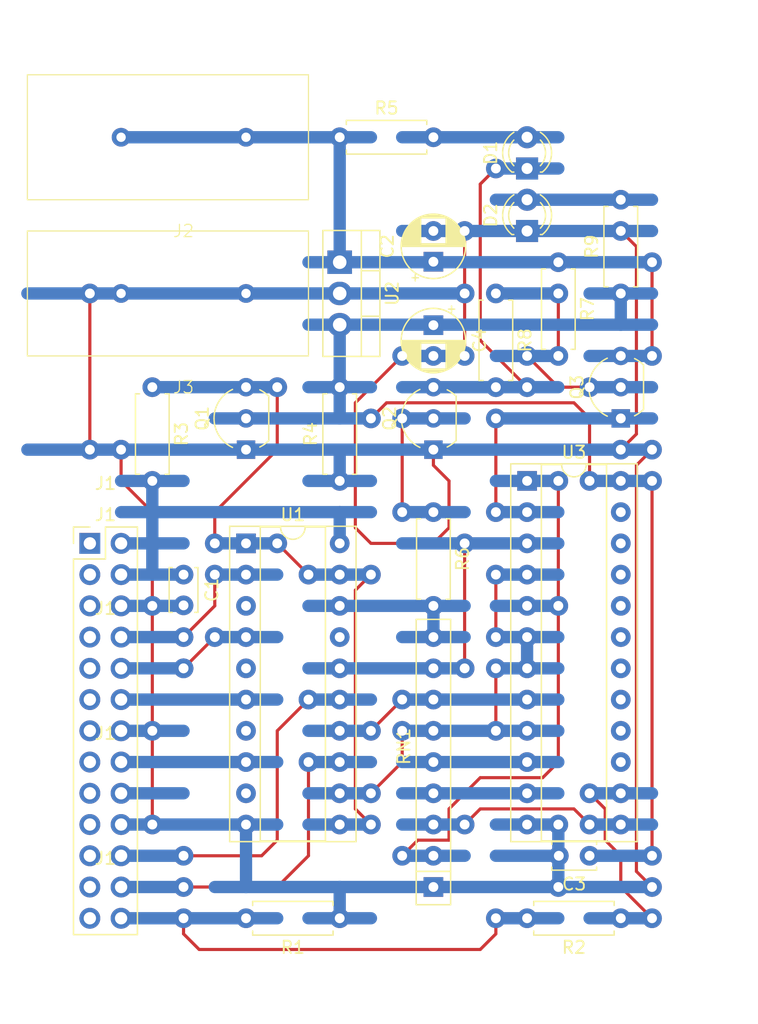
<source format=kicad_pcb>
(kicad_pcb (version 20221018) (generator pcbnew)
  (layers (0 "F.Cu" signal) (31 "B.Cu" signal) (34 "B.Paste" user) (35 "F.Paste" user) (36 "B.SilkS" user "B.Silkscreen") (37 "F.SilkS" user "F.Silkscreen") (38 "B.Mask" user) (39 "F.Mask" user) (44 "Edge.Cuts" user))
  (net 0 "")
  (net 1 "GND")
  (net 2 "Net-(Q2-G)")
  (net 3 "+12V")
  (net 4 "Net-(RN1-R1)")
  (net 5 "Net-(RN1-R2)")
  (net 6 "Net-(RN1-R3)")
  (net 7 "Net-(RN1-R4)")
  (net 8 "Net-(RN1-R5)")
  (net 9 "Net-(RN1-R6)")
  (net 10 "Net-(RN1-R7)")
  (net 11 "Net-(RN1-R8)")
  (net 12 "/+5V")
  (net 13 "Net-(D1-A)")
  (net 14 "Net-(D2-A)")
  (net 15 "/GPIO14 EDIT")
  (net 16 "/GPIO15 P{slash}~{V}")
  (net 17 "/GPIO18 FUSE")
  (net 18 "/GPIO23 ERASE")
  (net 19 "/GPIO24 CLOCK")
  (net 20 "/GPIO25 DIN")
  (net 21 "/GPIO8 STROBE")
  (net 22 "/GPIO7 DOUT")
  (net 23 "Net-(Q1-G)")
  (net 24 "Net-(D1-K)")
  (net 25 "Net-(Q1-D)")
  (net 26 "Net-(Q3-C)")
  (net 27 "Net-(Q3-B)")
  (net 28 "Net-(U3-IO9)")
  (footprint "Resistor_THT:R_Array_SIP9" (layer "F.Cu") (at 106.68 116.84 90)
    (fp_text reference "RN1" (at 11.43 -2.4 90) (layer "F.SilkS"))
    (fp_text value "8x4.7k")
    (pad "1" thru_hole rect (at 0 0 90) (size 1.6 1.6) (drill 0.8) (layers "*.Cu" "*.Mask") (net 1 "GND"))
    (pad "2" thru_hole oval (at 2.54 0 90) (size 1.6 1.6) (drill 0.8) (layers "*.Cu" "*.Mask") (net 4 "Net-(RN1-R1)"))
    (pad "3" thru_hole oval (at 5.08 0 90) (size 1.6 1.6) (drill 0.8) (layers "*.Cu" "*.Mask") (net 5 "Net-(RN1-R2)"))
    (pad "4" thru_hole oval (at 7.62 0 90) (size 1.6 1.6) (drill 0.8) (layers "*.Cu" "*.Mask") (net 6 "Net-(RN1-R3)"))
    (pad "5" thru_hole oval (at 10.16 0 90) (size 1.6 1.6) (drill 0.8) (layers "*.Cu" "*.Mask") (net 7 "Net-(RN1-R4)"))
    (pad "6" thru_hole oval (at 12.7 0 90) (size 1.6 1.6) (drill 0.8) (layers "*.Cu" "*.Mask") (net 8 "Net-(RN1-R5)"))
    (pad "7" thru_hole oval (at 15.24 0 90) (size 1.6 1.6) (drill 0.8) (layers "*.Cu" "*.Mask") (net 9 "Net-(RN1-R6)"))
    (pad "8" thru_hole oval (at 17.78 0 90) (size 1.6 1.6) (drill 0.8) (layers "*.Cu" "*.Mask") (net 10 "Net-(RN1-R7)"))
    (pad "9" thru_hole oval (at 20.32 0 90) (size 1.6 1.6) (drill 0.8) (layers "*.Cu" "*.Mask") (net 11 "Net-(RN1-R8)"))
  )
  (footprint "Resistor_THT:R_Axial_DIN0207_L6.3mm_D2.5mm_P7.62mm_Horizontal" (layer "F.Cu") (at 99.06 83.82 90)
    (fp_text reference "R4" (at 3.81 -2.37 90) (layer "F.SilkS"))
    (fp_text value "4.7k")
    (pad "1" thru_hole circle (at 0 0 90) (size 1.6 1.6) (drill 0.8) (layers "*.Cu" "*.Mask") (net 1 "GND"))
    (pad "2" thru_hole oval (at 7.62 0 90) (size 1.6 1.6) (drill 0.8) (layers "*.Cu" "*.Mask") (net 23 "Net-(Q1-G)"))
  )
  (footprint "SK_Connector:Connector_Banana_THT" (layer "F.Cu") (at 86.36 55.88)
    (fp_text reference "J2" (at 0 7.62 unlocked) (layer "F.SilkS") (effects (font (thickness 0.1))))
    (fp_text value "Conn_01x01")
    (pad "1" thru_hole circle (at -5.08 0) (size 1.524 1.524) (drill 0.762) (layers "*.Cu" "*.Mask") (net 3 "+12V"))
    (pad "1" thru_hole circle (at 5.08 0) (size 1.524 1.524) (drill 0.762) (layers "*.Cu" "*.Mask") (net 3 "+12V"))
  )
  (footprint "Package_TO_SOT_THT:TO-92_Inline_Wide" (layer "F.Cu") (at 91.44 81.28 90)
    (fp_text reference "Q1" (at 2.54 -3.56 90) (layer "F.SilkS"))
    (fp_text value "2N7000")
    (pad "1" thru_hole rect (at 0 0 90) (size 1.5 1.5) (drill 0.8) (layers "*.Cu" "*.Mask") (net 1 "GND"))
    (pad "2" thru_hole circle (at 2.54 0 90) (size 1.5 1.5) (drill 0.8) (layers "*.Cu" "*.Mask") (net 23 "Net-(Q1-G)"))
    (pad "3" thru_hole circle (at 5.08 0 90) (size 1.5 1.5) (drill 0.8) (layers "*.Cu" "*.Mask") (net 25 "Net-(Q1-D)"))
  )
  (footprint "Package_TO_SOT_THT:TO-220-3_Vertical" (layer "F.Cu") (at 99.06 66.04 -90)
    (fp_text reference "U2" (at 2.54 -4.27 90) (layer "F.SilkS"))
    (fp_text value "LM7805_TO220")
    (pad "1" thru_hole rect (at 0 0 270) (size 1.905 2) (drill 1.1) (layers "*.Cu" "*.Mask") (net 3 "+12V"))
    (pad "2" thru_hole oval (at 2.54 0 270) (size 1.905 2) (drill 1.1) (layers "*.Cu" "*.Mask") (net 1 "GND"))
    (pad "3" thru_hole oval (at 5.08 0 270) (size 1.905 2) (drill 1.1) (layers "*.Cu" "*.Mask") (net 23 "Net-(Q1-G)"))
  )
  (footprint "Package_DIP:DIP-24_W7.62mm_Socket" (layer "F.Cu") (at 114.3 83.82)
    (fp_text reference "U3" (at 3.81 -2.33) (layer "F.SilkS"))
    (fp_text value "ATF22LV10CQZ")
    (pad "1" thru_hole rect (at 0 0) (size 1.6 1.6) (drill 0.8) (layers "*.Cu" "*.Mask") (net 4 "Net-(RN1-R1)"))
    (pad "2" thru_hole oval (at 0 2.54) (size 1.6 1.6) (drill 0.8) (layers "*.Cu" "*.Mask") (net 26 "Net-(Q3-C)"))
    (pad "3" thru_hole oval (at 0 5.08) (size 1.6 1.6) (drill 0.8) (layers "*.Cu" "*.Mask") (net 10 "Net-(RN1-R7)"))
    (pad "4" thru_hole oval (at 0 7.62) (size 1.6 1.6) (drill 0.8) (layers "*.Cu" "*.Mask") (net 8 "Net-(RN1-R5)"))
    (pad "5" thru_hole oval (at 0 10.16) (size 1.6 1.6) (drill 0.8) (layers "*.Cu" "*.Mask") (net 4 "Net-(RN1-R1)"))
    (pad "6" thru_hole oval (at 0 12.7) (size 1.6 1.6) (drill 0.8) (layers "*.Cu" "*.Mask") (net 8 "Net-(RN1-R5)"))
    (pad "7" thru_hole oval (at 0 15.24) (size 1.6 1.6) (drill 0.8) (layers "*.Cu" "*.Mask") (net 8 "Net-(RN1-R5)"))
    (pad "8" thru_hole oval (at 0 17.78) (size 1.6 1.6) (drill 0.8) (layers "*.Cu" "*.Mask") (net 9 "Net-(RN1-R6)"))
    (pad "9" thru_hole oval (at 0 20.32) (size 1.6 1.6) (drill 0.8) (layers "*.Cu" "*.Mask") (net 8 "Net-(RN1-R5)"))
    (pad "10" thru_hole oval (at 0 22.86) (size 1.6 1.6) (drill 0.8) (layers "*.Cu" "*.Mask") (net 7 "Net-(RN1-R4)"))
    (pad "11" thru_hole oval (at 0 25.4) (size 1.6 1.6) (drill 0.8) (layers "*.Cu" "*.Mask") (net 6 "Net-(RN1-R3)"))
    (pad "12" thru_hole oval (at 0 27.94) (size 1.6 1.6) (drill 0.8) (layers "*.Cu" "*.Mask") (net 1 "GND"))
    (pad "13" thru_hole oval (at 7.62 27.94) (size 1.6 1.6) (drill 0.8) (layers "*.Cu" "*.Mask") (net 5 "Net-(RN1-R2)"))
    (pad "14" thru_hole oval (at 7.62 25.4) (size 1.6 1.6) (drill 0.8) (layers "*.Cu" "*.Mask") (net 28 "Net-(U3-IO9)"))
    (pad "15" thru_hole oval (at 7.62 22.86) (size 1.6 1.6) (drill 0.8) (layers "*.Cu" "*.Mask"))
    (pad "16" thru_hole oval (at 7.62 20.32) (size 1.6 1.6) (drill 0.8) (layers "*.Cu" "*.Mask"))
    (pad "17" thru_hole oval (at 7.62 17.78) (size 1.6 1.6) (drill 0.8) (layers "*.Cu" "*.Mask"))
    (pad "18" thru_hole oval (at 7.62 15.24) (size 1.6 1.6) (drill 0.8) (layers "*.Cu" "*.Mask"))
    (pad "19" thru_hole oval (at 7.62 12.7) (size 1.6 1.6) (drill 0.8) (layers "*.Cu" "*.Mask"))
    (pad "20" thru_hole oval (at 7.62 10.16) (size 1.6 1.6) (drill 0.8) (layers "*.Cu" "*.Mask"))
    (pad "21" thru_hole oval (at 7.62 7.62) (size 1.6 1.6) (drill 0.8) (layers "*.Cu" "*.Mask"))
    (pad "22" thru_hole oval (at 7.62 5.08) (size 1.6 1.6) (drill 0.8) (layers "*.Cu" "*.Mask"))
    (pad "23" thru_hole oval (at 7.62 2.54) (size 1.6 1.6) (drill 0.8) (layers "*.Cu" "*.Mask"))
    (pad "24" thru_hole oval (at 7.62 0) (size 1.6 1.6) (drill 0.8) (layers "*.Cu" "*.Mask") (net 23 "Net-(Q1-G)"))
  )
  (footprint "Resistor_THT:R_Axial_DIN0207_L6.3mm_D2.5mm_P7.62mm_Horizontal" (layer "F.Cu") (at 99.06 55.88)
    (fp_text reference "R5" (at 3.81 -2.37) (layer "F.SilkS"))
    (fp_text value "10k")
    (pad "1" thru_hole circle (at 0 0) (size 1.6 1.6) (drill 0.8) (layers "*.Cu" "*.Mask") (net 3 "+12V"))
    (pad "2" thru_hole oval (at 7.62 0) (size 1.6 1.6) (drill 0.8) (layers "*.Cu" "*.Mask") (net 13 "Net-(D1-A)"))
  )
  (footprint "Capacitor_THT:CP_Radial_D5.0mm_P2.50mm" (layer "F.Cu") (at 106.68 71.16 -90)
    (fp_text reference "C4" (at 1.25 -3.75 90) (layer "F.SilkS"))
    (fp_text value "10u")
    (pad "1" thru_hole rect (at 0 0 270) (size 1.6 1.6) (drill 0.8) (layers "*.Cu" "*.Mask") (net 23 "Net-(Q1-G)"))
    (pad "2" thru_hole circle (at 2.5 0 270) (size 1.6 1.6) (drill 0.8) (layers "*.Cu" "*.Mask") (net 1 "GND"))
  )
  (footprint "Capacitor_THT:CP_Radial_D5.0mm_P2.50mm" (layer "F.Cu") (at 106.68 66 90)
    (fp_text reference "C2" (at 1.25 -3.75 90) (layer "F.SilkS"))
    (fp_text value "10u")
    (pad "1" thru_hole rect (at 0 0 90) (size 1.6 1.6) (drill 0.8) (layers "*.Cu" "*.Mask") (net 3 "+12V"))
    (pad "2" thru_hole circle (at 2.5 0 90) (size 1.6 1.6) (drill 0.8) (layers "*.Cu" "*.Mask") (net 1 "GND"))
  )
  (footprint "Package_TO_SOT_THT:TO-92_Inline_Wide" (layer "F.Cu") (at 106.68 81.28 90)
    (fp_text reference "Q2" (at 2.54 -3.56 90) (layer "F.SilkS"))
    (fp_text value "2N7000")
    (pad "1" thru_hole rect (at 0 0 90) (size 1.5 1.5) (drill 0.8) (layers "*.Cu" "*.Mask") (net 1 "GND"))
    (pad "2" thru_hole circle (at 2.54 0 90) (size 1.5 1.5) (drill 0.8) (layers "*.Cu" "*.Mask") (net 2 "Net-(Q2-G)"))
    (pad "3" thru_hole circle (at 5.08 0 90) (size 1.5 1.5) (drill 0.8) (layers "*.Cu" "*.Mask") (net 24 "Net-(D1-K)"))
  )
  (footprint "Connector_PinHeader_2.54mm:PinHeader_2x13_P2.54mm_Vertical" (layer "F.Cu") (at 78.74 88.9)
    (fp_text reference "J1" (at 1.27 -2.33) (layer "F.SilkS"))
    (fp_text value "Conn_02x13_Odd_Even")
    (pad "1" thru_hole rect (at 0 0) (size 1.7 1.7) (drill 1) (layers "*.Cu" "*.Mask"))
    (pad "2" thru_hole oval (at 2.54 0) (size 1.7 1.7) (drill 1) (layers "*.Cu" "*.Mask") (net 12 "/+5V"))
    (pad "3" thru_hole oval (at 0 2.54) (size 1.7 1.7) (drill 1) (layers "*.Cu" "*.Mask"))
    (pad "4" thru_hole oval (at 2.54 2.54) (size 1.7 1.7) (drill 1) (layers "*.Cu" "*.Mask") (net 12 "/+5V"))
    (pad "5" thru_hole oval (at 0 5.08) (size 1.7 1.7) (drill 1) (layers "*.Cu" "*.Mask"))
    (pad "6" thru_hole oval (at 2.54 5.08) (size 1.7 1.7) (drill 1) (layers "*.Cu" "*.Mask") (net 1 "GND"))
    (pad "7" thru_hole oval (at 0 7.62) (size 1.7 1.7) (drill 1) (layers "*.Cu" "*.Mask"))
    (pad "8" thru_hole oval (at 2.54 7.62) (size 1.7 1.7) (drill 1) (layers "*.Cu" "*.Mask") (net 15 "/GPIO14 EDIT"))
    (pad "9" thru_hole oval (at 0 10.16) (size 1.7 1.7) (drill 1) (layers "*.Cu" "*.Mask"))
    (pad "10" thru_hole oval (at 2.54 10.16) (size 1.7 1.7) (drill 1) (layers "*.Cu" "*.Mask") (net 16 "/GPIO15 P{slash}~{V}"))
    (pad "11" thru_hole oval (at 0 12.7) (size 1.7 1.7) (drill 1) (layers "*.Cu" "*.Mask"))
    (pad "12" thru_hole oval (at 2.54 12.7) (size 1.7 1.7) (drill 1) (layers "*.Cu" "*.Mask") (net 17 "/GPIO18 FUSE"))
    (pad "13" thru_hole oval (at 0 15.24) (size 1.7 1.7) (drill 1) (layers "*.Cu" "*.Mask"))
    (pad "14" thru_hole oval (at 2.54 15.24) (size 1.7 1.7) (drill 1) (layers "*.Cu" "*.Mask") (net 1 "GND"))
    (pad "15" thru_hole oval (at 0 17.78) (size 1.7 1.7) (drill 1) (layers "*.Cu" "*.Mask"))
    (pad "16" thru_hole oval (at 2.54 17.78) (size 1.7 1.7) (drill 1) (layers "*.Cu" "*.Mask") (net 18 "/GPIO23 ERASE"))
    (pad "17" thru_hole oval (at 0 20.32) (size 1.7 1.7) (drill 1) (layers "*.Cu" "*.Mask"))
    (pad "18" thru_hole oval (at 2.54 20.32) (size 1.7 1.7) (drill 1) (layers "*.Cu" "*.Mask") (net 19 "/GPIO24 CLOCK"))
    (pad "19" thru_hole oval (at 0 22.86) (size 1.7 1.7) (drill 1) (layers "*.Cu" "*.Mask"))
    (pad "20" thru_hole oval (at 2.54 22.86) (size 1.7 1.7) (drill 1) (layers "*.Cu" "*.Mask") (net 1 "GND"))
    (pad "21" thru_hole oval (at 0 25.4) (size 1.7 1.7) (drill 1) (layers "*.Cu" "*.Mask"))
    (pad "22" thru_hole oval (at 2.54 25.4) (size 1.7 1.7) (drill 1) (layers "*.Cu" "*.Mask") (net 20 "/GPIO25 DIN"))
    (pad "23" thru_hole oval (at 0 27.94) (size 1.7 1.7) (drill 1) (layers "*.Cu" "*.Mask"))
    (pad "24" thru_hole oval (at 2.54 27.94) (size 1.7 1.7) (drill 1) (layers "*.Cu" "*.Mask") (net 21 "/GPIO8 STROBE"))
    (pad "25" thru_hole oval (at 0 30.48) (size 1.7 1.7) (drill 1) (layers "*.Cu" "*.Mask"))
    (pad "26" thru_hole oval (at 2.54 30.48) (size 1.7 1.7) (drill 1) (layers "*.Cu" "*.Mask") (net 22 "/GPIO7 DOUT"))
  )
  (footprint "Resistor_THT:R_Axial_DIN0207_L6.3mm_D2.5mm_P7.62mm_Horizontal" (layer "F.Cu") (at 83.82 76.2 -90)
    (fp_text reference "R3" (at 3.81 -2.37 90) (layer "F.SilkS"))
    (fp_text value "10k")
    (pad "1" thru_hole circle (at 0 0 270) (size 1.6 1.6) (drill 0.8) (layers "*.Cu" "*.Mask") (net 25 "Net-(Q1-D)"))
    (pad "2" thru_hole oval (at 7.62 0 270) (size 1.6 1.6) (drill 0.8) (layers "*.Cu" "*.Mask") (net 12 "/+5V"))
  )
  (footprint "Resistor_THT:R_Axial_DIN0207_L6.3mm_D2.5mm_P7.62mm_Horizontal" (layer "F.Cu") (at 111.76 68.58 -90)
    (fp_text reference "R8" (at 3.81 -2.37 90) (layer "F.SilkS"))
    (fp_text value "2.2k")
    (pad "1" thru_hole circle (at 0 0 270) (size 1.6 1.6) (drill 0.8) (layers "*.Cu" "*.Mask") (net 27 "Net-(Q3-B)"))
    (pad "2" thru_hole oval (at 7.62 0 270) (size 1.6 1.6) (drill 0.8) (layers "*.Cu" "*.Mask") (net 24 "Net-(D1-K)"))
  )
  (footprint "Package_TO_SOT_THT:TO-92_Inline_Wide" (layer "F.Cu") (at 121.92 78.74 90)
    (fp_text reference "Q3" (at 2.54 -3.56 90) (layer "F.SilkS"))
    (fp_text value "BC327")
    (pad "1" thru_hole rect (at 0 0 90) (size 1.5 1.5) (drill 0.8) (layers "*.Cu" "*.Mask") (net 26 "Net-(Q3-C)"))
    (pad "2" thru_hole circle (at 2.54 0 90) (size 1.5 1.5) (drill 0.8) (layers "*.Cu" "*.Mask") (net 27 "Net-(Q3-B)"))
    (pad "3" thru_hole circle (at 5.08 0 90) (size 1.5 1.5) (drill 0.8) (layers "*.Cu" "*.Mask") (net 3 "+12V"))
  )
  (footprint "Package_DIP:DIP-20_W7.62mm_Socket" (layer "F.Cu") (at 91.44 88.9)
    (fp_text reference "U1" (at 3.81 -2.33) (layer "F.SilkS"))
    (fp_text value "74HCT244")
    (pad "1" thru_hole rect (at 0 0) (size 1.6 1.6) (drill 0.8) (layers "*.Cu" "*.Mask") (net 25 "Net-(Q1-D)"))
    (pad "2" thru_hole oval (at 0 2.54) (size 1.6 1.6) (drill 0.8) (layers "*.Cu" "*.Mask") (net 15 "/GPIO14 EDIT"))
    (pad "3" thru_hole oval (at 0 5.08) (size 1.6 1.6) (drill 0.8) (layers "*.Cu" "*.Mask") (net 7 "Net-(RN1-R4)"))
    (pad "4" thru_hole oval (at 0 7.62) (size 1.6 1.6) (drill 0.8) (layers "*.Cu" "*.Mask") (net 16 "/GPIO15 P{slash}~{V}"))
    (pad "5" thru_hole oval (at 0 10.16) (size 1.6 1.6) (drill 0.8) (layers "*.Cu" "*.Mask") (net 6 "Net-(RN1-R3)"))
    (pad "6" thru_hole oval (at 0 12.7) (size 1.6 1.6) (drill 0.8) (layers "*.Cu" "*.Mask") (net 17 "/GPIO18 FUSE"))
    (pad "7" thru_hole oval (at 0 15.24) (size 1.6 1.6) (drill 0.8) (layers "*.Cu" "*.Mask") (net 5 "Net-(RN1-R2)"))
    (pad "8" thru_hole oval (at 0 17.78) (size 1.6 1.6) (drill 0.8) (layers "*.Cu" "*.Mask") (net 18 "/GPIO23 ERASE"))
    (pad "9" thru_hole oval (at 0 20.32) (size 1.6 1.6) (drill 0.8) (layers "*.Cu" "*.Mask"))
    (pad "10" thru_hole oval (at 0 22.86) (size 1.6 1.6) (drill 0.8) (layers "*.Cu" "*.Mask") (net 1 "GND"))
    (pad "11" thru_hole oval (at 7.62 22.86) (size 1.6 1.6) (drill 0.8) (layers "*.Cu" "*.Mask") (net 25 "Net-(Q1-D)"))
    (pad "12" thru_hole oval (at 7.62 20.32) (size 1.6 1.6) (drill 0.8) (layers "*.Cu" "*.Mask") (net 8 "Net-(RN1-R5)"))
    (pad "13" thru_hole oval (at 7.62 17.78) (size 1.6 1.6) (drill 0.8) (layers "*.Cu" "*.Mask") (net 21 "/GPIO8 STROBE"))
    (pad "14" thru_hole oval (at 7.62 15.24) (size 1.6 1.6) (drill 0.8) (layers "*.Cu" "*.Mask") (net 9 "Net-(RN1-R6)"))
    (pad "15" thru_hole oval (at 7.62 12.7) (size 1.6 1.6) (drill 0.8) (layers "*.Cu" "*.Mask") (net 20 "/GPIO25 DIN"))
    (pad "16" thru_hole oval (at 7.62 10.16) (size 1.6 1.6) (drill 0.8) (layers "*.Cu" "*.Mask") (net 10 "Net-(RN1-R7)"))
    (pad "17" thru_hole oval (at 7.62 7.62) (size 1.6 1.6) (drill 0.8) (layers "*.Cu" "*.Mask") (net 19 "/GPIO24 CLOCK"))
    (pad "18" thru_hole oval (at 7.62 5.08) (size 1.6 1.6) (drill 0.8) (layers "*.Cu" "*.Mask") (net 11 "Net-(RN1-R8)"))
    (pad "19" thru_hole oval (at 7.62 2.54) (size 1.6 1.6) (drill 0.8) (layers "*.Cu" "*.Mask") (net 25 "Net-(Q1-D)"))
    (pad "20" thru_hole oval (at 7.62 0) (size 1.6 1.6) (drill 0.8) (layers "*.Cu" "*.Mask") (net 12 "/+5V"))
  )
  (footprint "Resistor_THT:R_Axial_DIN0207_L6.3mm_D2.5mm_P7.62mm_Horizontal" (layer "F.Cu") (at 121.92 119.38 180)
    (fp_text reference "R2" (at 3.81 -2.37) (layer "F.SilkS"))
    (fp_text value "10k")
    (pad "1" thru_hole circle (at 0 0 180) (size 1.6 1.6) (drill 0.8) (layers "*.Cu" "*.Mask") (net 28 "Net-(U3-IO9)"))
    (pad "2" thru_hole oval (at 7.62 0 180) (size 1.6 1.6) (drill 0.8) (layers "*.Cu" "*.Mask") (net 22 "/GPIO7 DOUT"))
  )
  (footprint "Capacitor_THT:C_Disc_D3.4mm_W2.1mm_P2.50mm" (layer "F.Cu") (at 86.36 91.44 -90)
    (fp_text reference "C1" (at 1.25 -2.3 90) (layer "F.SilkS"))
    (fp_text value "100n")
    (pad "1" thru_hole circle (at 0 0 270) (size 1.6 1.6) (drill 0.8) (layers "*.Cu" "*.Mask") (net 12 "/+5V"))
    (pad "2" thru_hole circle (at 2.5 0 270) (size 1.6 1.6) (drill 0.8) (layers "*.Cu" "*.Mask") (net 1 "GND"))
  )
  (footprint "LED_THT:LED_D3.0mm" (layer "F.Cu") (at 114.3 58.42 90)
    (fp_text reference "D1" (at 1.27 -2.96 90) (layer "F.SilkS"))
    (fp_text value "LED")
    (pad "1" thru_hole rect (at 0 0 90) (size 1.8 1.8) (drill 0.9) (layers "*.Cu" "*.Mask") (net 24 "Net-(D1-K)"))
    (pad "2" thru_hole circle (at 2.54 0 90) (size 1.8 1.8) (drill 0.9) (layers "*.Cu" "*.Mask") (net 13 "Net-(D1-A)"))
  )
  (footprint "Capacitor_THT:C_Disc_D3.4mm_W2.1mm_P2.50mm" (layer "F.Cu") (at 119.38 114.3 180)
    (fp_text reference "C3" (at 1.25 -2.3) (layer "F.SilkS"))
    (fp_text value "100n")
    (pad "1" thru_hole circle (at 0 0 180) (size 1.6 1.6) (drill 0.8) (layers "*.Cu" "*.Mask") (net 23 "Net-(Q1-G)"))
    (pad "2" thru_hole circle (at 2.5 0 180) (size 1.6 1.6) (drill 0.8) (layers "*.Cu" "*.Mask") (net 1 "GND"))
  )
  (footprint "Resistor_THT:R_Axial_DIN0207_L6.3mm_D2.5mm_P7.62mm_Horizontal" (layer "F.Cu") (at 116.84 66.04 -90)
    (fp_text reference "R7" (at 3.81 -2.37 90) (layer "F.SilkS"))
    (fp_text value "10k")
    (pad "1" thru_hole circle (at 0 0 270) (size 1.6 1.6) (drill 0.8) (layers "*.Cu" "*.Mask") (net 3 "+12V"))
    (pad "2" thru_hole oval (at 7.62 0 270) (size 1.6 1.6) (drill 0.8) (layers "*.Cu" "*.Mask") (net 27 "Net-(Q3-B)"))
  )
  (footprint "SK_Connector:Connector_Banana_THT" (layer "F.Cu") (at 86.36 68.58)
    (fp_text reference "J3" (at 0 7.62 unlocked) (layer "F.SilkS") (effects (font (thickness 0.1))))
    (fp_text value "Conn_01x01")
    (pad "1" thru_hole circle (at -5.08 0) (size 1.524 1.524) (drill 0.762) (layers "*.Cu" "*.Mask") (net 1 "GND"))
    (pad "1" thru_hole circle (at 5.08 0) (size 1.524 1.524) (drill 0.762) (layers "*.Cu" "*.Mask") (net 1 "GND"))
  )
  (footprint "LED_THT:LED_D3.0mm" (layer "F.Cu") (at 114.3 63.5 90)
    (fp_text reference "D2" (at 1.27 -2.96 90) (layer "F.SilkS"))
    (fp_text value "LED")
    (pad "1" thru_hole rect (at 0 0 90) (size 1.8 1.8) (drill 0.9) (layers "*.Cu" "*.Mask") (net 1 "GND"))
    (pad "2" thru_hole circle (at 2.54 0 90) (size 1.8 1.8) (drill 0.9) (layers "*.Cu" "*.Mask") (net 14 "Net-(D2-A)"))
  )
  (footprint "Resistor_THT:R_Axial_DIN0207_L6.3mm_D2.5mm_P7.62mm_Horizontal" (layer "F.Cu") (at 99.06 119.38 180)
    (fp_text reference "R1" (at 3.81 -2.37) (layer "F.SilkS"))
    (fp_text value "22k")
    (pad "1" thru_hole circle (at 0 0 180) (size 1.6 1.6) (drill 0.8) (layers "*.Cu" "*.Mask") (net 1 "GND"))
    (pad "2" thru_hole oval (at 7.62 0 180) (size 1.6 1.6) (drill 0.8) (layers "*.Cu" "*.Mask") (net 22 "/GPIO7 DOUT"))
  )
  (footprint "Resistor_THT:R_Axial_DIN0207_L6.3mm_D2.5mm_P7.62mm_Horizontal" (layer "F.Cu") (at 106.68 86.36 -90)
    (fp_text reference "R6" (at 3.81 -2.37 90) (layer "F.SilkS"))
    (fp_text value "47")
    (pad "1" thru_hole circle (at 0 0 270) (size 1.6 1.6) (drill 0.8) (layers "*.Cu" "*.Mask") (net 2 "Net-(Q2-G)"))
    (pad "2" thru_hole oval (at 7.62 0 270) (size 1.6 1.6) (drill 0.8) (layers "*.Cu" "*.Mask") (net 11 "Net-(RN1-R8)"))
  )
  (footprint "Resistor_THT:R_Axial_DIN0207_L6.3mm_D2.5mm_P7.62mm_Horizontal" (layer "F.Cu") (at 121.92 68.58 90)
    (fp_text reference "R9" (at 3.81 -2.37 90) (layer "F.SilkS"))
    (fp_text value "4.7k")
    (pad "1" thru_hole circle (at 0 0 90) (size 1.6 1.6) (drill 0.8) (layers "*.Cu" "*.Mask") (net 23 "Net-(Q1-G)"))
    (pad "2" thru_hole oval (at 7.62 0 90) (size 1.6 1.6) (drill 0.8) (layers "*.Cu" "*.Mask") (net 14 "Net-(D2-A)"))
  )
  (gr_text "J1" (at 80.01 114.51) (layer "F.SilkS") (effects (font (size 1 1))))
  (gr_text "J1" (at 80.01 84.03) (layer "F.SilkS") (effects (font (size 1 1))))
  (gr_text "J1" (at 80.01 94.19) (layer "F.SilkS") (effects (font (size 1 1))))
  (gr_text "J1" (at 80.01 104.35) (layer "F.SilkS") (effects (font (size 1 1))))
  (segment (start 123.19 80.01) (end 121.92 81.28) (width 0.254) (layer "F.Cu") (net 1))
  (segment (start 107.95 83.82) (end 106.68 82.55) (width 0.254) (layer "F.Cu") (net 1))
  (segment (start 123.19 115.57) (end 123.19 82.55) (width 0.254) (layer "F.Cu") (net 1))
  (segment (start 106.68 88.9) (end 107.95 87.63) (width 0.254) (layer "F.Cu") (net 1))
  (segment (start 101.6 88.9) (end 106.68 88.9) (width 0.254) (layer "F.Cu") (net 1))
  (segment (start 83.82 93.98) (end 83.82 86.36) (width 0.254) (layer "F.Cu") (net 1))
  (segment (start 100.33 77.47) (end 100.33 87.63) (width 0.254) (layer "F.Cu") (net 1))
  (segment (start 83.82 86.36) (end 81.28 83.82) (width 0.254) (layer "F.Cu") (net 1))
  (segment (start 107.95 87.63) (end 107.95 83.82) (width 0.254) (layer "F.Cu") (net 1))
  (segment (start 83.82 104.14) (end 83.82 111.76) (width 0.254) (layer "F.Cu") (net 1))
  (segment (start 109.22 68.58) (end 109.22 73.66) (width 0.254) (layer "F.Cu") (net 1))
  (segment (start 78.74 68.58) (end 78.74 81.28) (width 0.254) (layer "F.Cu") (net 1))
  (segment (start 81.28 83.82) (end 81.28 81.28) (width 0.254) (layer "F.Cu") (net 1))
  (segment (start 100.33 87.63) (end 101.6 88.9) (width 0.254) (layer "F.Cu") (net 1))
  (segment (start 124.46 116.84) (end 123.19 115.57) (width 0.254) (layer "F.Cu") (net 1))
  (segment (start 123.19 82.55) (end 124.46 81.28) (width 0.254) (layer "F.Cu") (net 1))
  (segment (start 104.14 73.66) (end 100.33 77.47) (width 0.254) (layer "F.Cu") (net 1))
  (segment (start 106.68 82.55) (end 106.68 81.28) (width 0.254) (layer "F.Cu") (net 1))
  (segment (start 123.19 64.77) (end 123.19 80.01) (width 0.254) (layer "F.Cu") (net 1))
  (segment (start 121.92 63.5) (end 123.19 64.77) (width 0.254) (layer "F.Cu") (net 1))
  (segment (start 83.82 93.98) (end 83.82 104.14) (width 0.254) (layer "F.Cu") (net 1))
  (segment (start 109.22 63.5) (end 109.22 68.58) (width 0.254) (layer "F.Cu") (net 1))
  (via (at 121.92 63.5) (size 1.6) (drill 0.8) (layers "F.Cu" "B.Cu") (net 1))
  (via (at 104.14 73.66) (size 1.6) (drill 0.8) (layers "F.Cu" "B.Cu") (net 1))
  (via (at 124.46 116.84) (size 1.6) (drill 0.8) (layers "F.Cu" "B.Cu") (net 1))
  (via (at 109.22 68.58) (size 1.6) (drill 0.8) (layers "F.Cu" "B.Cu") (net 1))
  (via (at 116.84 116.84) (size 1.6) (drill 0.8) (layers "F.Cu" "B.Cu") (net 1))
  (via (at 109.22 73.66) (size 1.6) (drill 0.8) (layers "F.Cu" "B.Cu") (net 1))
  (via (at 124.46 81.28) (size 1.6) (drill 0.8) (layers "F.Cu" "B.Cu") (net 1))
  (via (at 78.74 68.58) (size 1.6) (drill 0.8) (layers "F.Cu" "B.Cu") (net 1))
  (via (at 83.82 93.98) (size 1.6) (drill 0.8) (layers "F.Cu" "B.Cu") (net 1))
  (via (at 116.84 111.76) (size 1.6) (drill 0.8) (layers "F.Cu" "B.Cu") (net 1))
  (via (at 83.82 111.76) (size 1.6) (drill 0.8) (layers "F.Cu" "B.Cu") (net 1))
  (via (at 78.74 81.28) (size 1.6) (drill 0.8) (layers "F.Cu" "B.Cu") (net 1))
  (via (at 121.92 81.28) (size 1.6) (drill 0.8) (layers "F.Cu" "B.Cu") (net 1))
  (via (at 83.82 104.14) (size 1.6) (drill 0.8) (layers "F.Cu" "B.Cu") (net 1))
  (via (at 109.22 63.5) (size 1.6) (drill 0.8) (layers "F.Cu" "B.Cu") (net 1))
  (via (at 81.28 81.28) (size 1.6) (drill 0.8) (layers "F.Cu" "B.Cu") (net 1))
  (segment (start 116.88 114.3) (end 111.76 114.3) (width 1) (layer "B.Cu") (net 1))
  (segment (start 78.74 68.58) (end 109.22 68.58) (width 1) (layer "B.Cu") (net 1))
  (segment (start 73.66 68.58) (end 78.74 68.58) (width 1) (layer "B.Cu") (net 1))
  (segment (start 124.46 63.5) (end 121.92 63.5) (width 1) (layer "B.Cu") (net 1))
  (segment (start 73.66 81.28) (end 78.74 81.28) (width 1) (layer "B.Cu") (net 1))
  (segment (start 91.44 116.84) (end 88.9 116.84) (width 1) (layer "B.Cu") (net 1))
  (segment (start 96.52 83.82) (end 101.6 83.82) (width 1) (layer "B.Cu") (net 1))
  (segment (start 99.06 119.38) (end 99.06 116.84) (width 1) (layer "B.Cu") (net 1))
  (segment (start 111.76 111.76) (end 116.84 111.76) (width 1) (layer "B.Cu") (net 1))
  (segment (start 99.06 116.84) (end 91.44 116.84) (width 1) (layer "B.Cu") (net 1))
  (segment (start 121.92 63.5) (end 104.14 63.5) (width 1) (layer "B.Cu") (net 1))
  (segment (start 99.06 83.82) (end 99.06 81.28) (width 1) (layer "B.Cu") (net 1))
  (segment (start 109.22 73.66) (end 104.14 73.66) (width 1) (layer "B.Cu") (net 1))
  (segment (start 81.28 111.76) (end 83.82 111.76) (width 1) (layer "B.Cu") (net 1))
  (segment (start 78.74 81.28) (end 99.06 81.28) (width 1) (layer "B.Cu") (net 1))
  (segment (start 101.6 119.38) (end 96.52 119.38) (width 1) (layer "B.Cu") (net 1))
  (segment (start 81.28 104.14) (end 83.82 104.14) (width 1) (layer "B.Cu") (net 1))
  (segment (start 116.84 111.76) (end 116.84 116.84) (width 1) (layer "B.Cu") (net 1))
  (segment (start 86.32 93.98) (end 86.36 93.94) (width 1) (layer "B.Cu") (net 1))
  (segment (start 83.82 111.76) (end 93.98 111.76) (width 1) (layer "B.Cu") (net 1))
  (segment (start 81.28 93.98) (end 83.82 93.98) (width 1) (layer "B.Cu") (net 1))
  (segment (start 121.92 81.28) (end 106.68 81.28) (width 1) (layer "B.Cu") (net 1))
  (segment (start 83.82 104.14) (end 86.36 104.14) (width 1) (layer "B.Cu") (net 1))
  (segment (start 124.46 81.28) (end 121.92 81.28) (width 1) (layer "B.Cu") (net 1))
  (segment (start 99.06 81.28) (end 106.68 81.28) (width 1) (layer "B.Cu") (net 1))
  (segment (start 124.46 116.84) (end 99.06 116.84) (width 1) (layer "B.Cu") (net 1))
  (segment (start 91.44 111.76) (end 91.44 116.84) (width 1) (layer "B.Cu") (net 1))
  (segment (start 83.82 93.98) (end 86.32 93.98) (width 1) (layer "B.Cu") (net 1))
  (segment (start 104.14 78.74) (end 104.14 86.36) (width 0.254) (layer "F.Cu") (net 2))
  (via (at 104.14 78.74) (size 1.6) (drill 0.8) (layers "F.Cu" "B.Cu") (net 2))
  (via (at 104.14 86.36) (size 1.6) (drill 0.8) (layers "F.Cu" "B.Cu") (net 2))
  (segment (start 109.22 86.36) (end 104.14 86.36) (width 1) (layer "B.Cu") (net 2))
  (segment (start 109.22 78.74) (end 104.14 78.74) (width 1) (layer "B.Cu") (net 2))
  (segment (start 124.46 66.04) (end 124.46 73.66) (width 0.254) (layer "F.Cu") (net 3))
  (via (at 124.46 66.04) (size 1.6) (drill 0.8) (layers "F.Cu" "B.Cu") (net 3))
  (via (at 124.46 73.66) (size 1.6) (drill 0.8) (layers "F.Cu" "B.Cu") (net 3))
  (segment (start 99.06 55.88) (end 99.06 66.04) (width 1) (layer "B.Cu") (net 3))
  (segment (start 81.28 55.88) (end 101.6 55.88) (width 1) (layer "B.Cu") (net 3))
  (segment (start 124.46 66.04) (end 96.52 66.04) (width 1) (layer "B.Cu") (net 3))
  (segment (start 124.46 73.66) (end 119.38 73.66) (width 1) (layer "B.Cu") (net 3))
  (segment (start 116.84 93.98) (end 116.84 106.68) (width 0.254) (layer "F.Cu") (net 4))
  (segment (start 116.84 106.68) (end 115.57 107.95) (width 0.254) (layer "F.Cu") (net 4))
  (segment (start 110.49 107.95) (end 107.95 110.49) (width 0.254) (layer "F.Cu") (net 4))
  (segment (start 105.41 113.03) (end 104.14 114.3) (width 0.254) (layer "F.Cu") (net 4))
  (segment (start 107.95 113.03) (end 105.41 113.03) (width 0.254) (layer "F.Cu") (net 4))
  (segment (start 115.57 107.95) (end 110.49 107.95) (width 0.254) (layer "F.Cu") (net 4))
  (segment (start 107.95 110.49) (end 107.95 113.03) (width 0.254) (layer "F.Cu") (net 4))
  (segment (start 116.84 83.82) (end 116.84 93.98) (width 0.254) (layer "F.Cu") (net 4))
  (via (at 104.14 114.3) (size 1.6) (drill 0.8) (layers "F.Cu" "B.Cu") (net 4))
  (via (at 116.84 93.98) (size 1.6) (drill 0.8) (layers "F.Cu" "B.Cu") (net 4))
  (via (at 116.84 83.82) (size 1.6) (drill 0.8) (layers "F.Cu" "B.Cu") (net 4))
  (segment (start 116.84 83.82) (end 111.76 83.82) (width 1) (layer "B.Cu") (net 4))
  (segment (start 111.76 93.98) (end 116.84 93.98) (width 1) (layer "B.Cu") (net 4))
  (segment (start 104.14 114.3) (end 109.22 114.3) (width 1) (layer "B.Cu") (net 4))
  (segment (start 110.49 110.49) (end 109.22 111.76) (width 0.254) (layer "F.Cu") (net 5))
  (segment (start 118.11 110.49) (end 110.49 110.49) (width 0.254) (layer "F.Cu") (net 5))
  (segment (start 119.38 111.76) (end 118.11 110.49) (width 0.254) (layer "F.Cu") (net 5))
  (via (at 109.22 111.76) (size 1.6) (drill 0.8) (layers "F.Cu" "B.Cu") (net 5))
  (via (at 119.38 111.76) (size 1.6) (drill 0.8) (layers "F.Cu" "B.Cu") (net 5))
  (segment (start 124.46 111.76) (end 119.38 111.76) (width 1) (layer "B.Cu") (net 5))
  (segment (start 104.14 111.76) (end 109.22 111.76) (width 1) (layer "B.Cu") (net 5))
  (segment (start 104.14 109.22) (end 116.84 109.22) (width 1) (layer "B.Cu") (net 6))
  (segment (start 116.84 106.68) (end 104.14 106.68) (width 1) (layer "B.Cu") (net 7))
  (segment (start 111.76 91.44) (end 111.76 96.52) (width 0.254) (layer "F.Cu") (net 8))
  (segment (start 104.14 104.14) (end 104.14 106.68) (width 0.254) (layer "F.Cu") (net 8))
  (segment (start 104.14 106.68) (end 101.6 109.22) (width 0.254) (layer "F.Cu") (net 8))
  (segment (start 111.76 104.14) (end 111.76 99.06) (width 0.254) (layer "F.Cu") (net 8))
  (via (at 111.76 99.06) (size 1.6) (drill 0.8) (layers "F.Cu" "B.Cu") (net 8))
  (via (at 111.76 91.44) (size 1.6) (drill 0.8) (layers "F.Cu" "B.Cu") (net 8))
  (via (at 111.76 104.14) (size 1.6) (drill 0.8) (layers "F.Cu" "B.Cu") (net 8))
  (via (at 101.6 109.22) (size 1.6) (drill 0.8) (layers "F.Cu" "B.Cu") (net 8))
  (via (at 111.76 96.52) (size 1.6) (drill 0.8) (layers "F.Cu" "B.Cu") (net 8))
  (via (at 104.14 104.14) (size 1.6) (drill 0.8) (layers "F.Cu" "B.Cu") (net 8))
  (segment (start 101.6 109.22) (end 96.52 109.22) (width 1) (layer "B.Cu") (net 8))
  (segment (start 111.76 96.52) (end 116.84 96.52) (width 1) (layer "B.Cu") (net 8))
  (segment (start 104.14 104.14) (end 111.76 104.14) (width 1) (layer "B.Cu") (net 8))
  (segment (start 111.76 104.14) (end 116.84 104.14) (width 1) (layer "B.Cu") (net 8))
  (segment (start 111.76 91.44) (end 116.84 91.44) (width 1) (layer "B.Cu") (net 8))
  (segment (start 111.76 99.06) (end 116.84 99.06) (width 1) (layer "B.Cu") (net 8))
  (segment (start 114.3 96.52) (end 114.3 99.06) (width 1) (layer "B.Cu") (net 8))
  (segment (start 101.6 104.14) (end 104.14 101.6) (width 0.254) (layer "F.Cu") (net 9))
  (via (at 104.14 101.6) (size 1.6) (drill 0.8) (layers "F.Cu" "B.Cu") (net 9))
  (via (at 101.6 104.14) (size 1.6) (drill 0.8) (layers "F.Cu" "B.Cu") (net 9))
  (segment (start 104.14 101.6) (end 116.84 101.6) (width 1) (layer "B.Cu") (net 9))
  (segment (start 96.52 104.14) (end 101.6 104.14) (width 1) (layer "B.Cu") (net 9))
  (segment (start 109.22 88.9) (end 109.22 99.06) (width 0.254) (layer "F.Cu") (net 10))
  (via (at 109.22 99.06) (size 1.6) (drill 0.8) (layers "F.Cu" "B.Cu") (net 10))
  (via (at 109.22 88.9) (size 1.6) (drill 0.8) (layers "F.Cu" "B.Cu") (net 10))
  (segment (start 109.22 88.9) (end 116.84 88.9) (width 1) (layer "B.Cu") (net 10))
  (segment (start 104.14 88.9) (end 109.22 88.9) (width 1) (layer "B.Cu") (net 10))
  (segment (start 96.52 99.06) (end 109.22 99.06) (width 1) (layer "B.Cu") (net 10))
  (segment (start 104.14 96.52) (end 109.22 96.52) (width 1) (layer "B.Cu") (net 11))
  (segment (start 109.22 93.98) (end 96.52 93.98) (width 1) (layer "B.Cu") (net 11))
  (segment (start 106.68 93.98) (end 106.68 96.52) (width 1) (layer "B.Cu") (net 11))
  (segment (start 86.36 83.82) (end 81.28 83.82) (width 1) (layer "B.Cu") (net 12))
  (segment (start 83.82 88.9) (end 83.82 91.44) (width 1) (layer "B.Cu") (net 12))
  (segment (start 83.82 88.9) (end 86.36 88.9) (width 1) (layer "B.Cu") (net 12))
  (segment (start 81.28 91.44) (end 83.82 91.44) (width 1) (layer "B.Cu") (net 12))
  (segment (start 81.28 88.9) (end 83.82 88.9) (width 1) (layer "B.Cu") (net 12))
  (segment (start 83.82 91.44) (end 86.36 91.44) (width 1) (layer "B.Cu") (net 12))
  (segment (start 81.28 86.36) (end 99.06 86.36) (width 1) (layer "B.Cu") (net 12))
  (segment (start 83.82 83.82) (end 83.82 88.9) (width 1) (layer "B.Cu") (net 12))
  (segment (start 99.06 86.36) (end 99.06 88.9) (width 1) (layer "B.Cu") (net 12))
  (segment (start 99.06 86.36) (end 101.6 86.36) (width 1) (layer "B.Cu") (net 12))
  (segment (start 104.14 55.88) (end 116.84 55.88) (width 1) (layer "B.Cu") (net 13))
  (segment (start 124.46 60.96) (end 111.76 60.96) (width 1) (layer "B.Cu") (net 14))
  (segment (start 88.9 93.98) (end 88.9 91.44) (width 0.254) (layer "F.Cu") (net 15))
  (segment (start 86.36 96.52) (end 88.9 93.98) (width 0.254) (layer "F.Cu") (net 15))
  (via (at 88.9 91.44) (size 1.6) (drill 0.8) (layers "F.Cu" "B.Cu") (net 15))
  (via (at 86.36 96.52) (size 1.6) (drill 0.8) (layers "F.Cu" "B.Cu") (net 15))
  (segment (start 88.9 91.44) (end 93.98 91.44) (width 1) (layer "B.Cu") (net 15))
  (segment (start 81.28 96.52) (end 86.36 96.52) (width 1) (layer "B.Cu") (net 15))
  (segment (start 86.36 99.06) (end 88.9 96.52) (width 0.254) (layer "F.Cu") (net 16))
  (via (at 86.36 99.06) (size 1.6) (drill 0.8) (layers "F.Cu" "B.Cu") (net 16))
  (via (at 88.9 96.52) (size 1.6) (drill 0.8) (layers "F.Cu" "B.Cu") (net 16))
  (via (at 86.36 99.06) (size 1.6) (drill 0.8) (layers "F.Cu" "B.Cu") (net 16))
  (segment (start 81.28 99.06) (end 86.36 99.06) (width 1) (layer "B.Cu") (net 16))
  (segment (start 93.98 96.52) (end 88.9 96.52) (width 1) (layer "B.Cu") (net 16))
  (segment (start 81.28 101.6) (end 93.98 101.6) (width 1) (layer "B.Cu") (net 17))
  (segment (start 81.28 106.68) (end 93.98 106.68) (width 1) (layer "B.Cu") (net 18))
  (segment (start 81.28 109.22) (end 86.36 109.22) (width 1) (layer "B.Cu") (net 19))
  (segment (start 92.71 114.3) (end 93.98 113.03) (width 0.254) (layer "F.Cu") (net 20))
  (segment (start 86.36 114.3) (end 92.71 114.3) (width 0.254) (layer "F.Cu") (net 20))
  (segment (start 93.98 113.03) (end 93.98 104.14) (width 0.254) (layer "F.Cu") (net 20))
  (segment (start 93.98 104.14) (end 96.52 101.6) (width 0.254) (layer "F.Cu") (net 20))
  (via (at 96.52 101.6) (size 1.6) (drill 0.8) (layers "F.Cu" "B.Cu") (net 20))
  (via (at 86.36 114.3) (size 1.6) (drill 0.8) (layers "F.Cu" "B.Cu") (net 20))
  (segment (start 101.6 101.6) (end 96.52 101.6) (width 1) (layer "B.Cu") (net 20))
  (segment (start 81.28 114.3) (end 86.36 114.3) (width 1) (layer "B.Cu") (net 20))
  (segment (start 86.36 116.84) (end 93.98 116.84) (width 0.254) (layer "F.Cu") (net 21))
  (segment (start 96.52 114.3) (end 96.52 106.68) (width 0.254) (layer "F.Cu") (net 21))
  (segment (start 93.98 116.84) (end 96.52 114.3) (width 0.254) (layer "F.Cu") (net 21))
  (via (at 86.36 116.84) (size 1.6) (drill 0.8) (layers "F.Cu" "B.Cu") (net 21))
  (via (at 96.52 106.68) (size 1.6) (drill 0.8) (layers "F.Cu" "B.Cu") (net 21))
  (segment (start 101.6 106.68) (end 96.52 106.68) (width 1) (layer "B.Cu") (net 21))
  (segment (start 81.28 116.84) (end 86.36 116.84) (width 1) (layer "B.Cu") (net 21))
  (segment (start 86.36 119.38) (end 86.36 120.65) (width 0.254) (layer "F.Cu") (net 22))
  (segment (start 110.49 121.92) (end 111.76 120.65) (width 0.254) (layer "F.Cu") (net 22))
  (segment (start 111.76 120.65) (end 111.76 119.38) (width 0.254) (layer "F.Cu") (net 22))
  (segment (start 86.36 120.65) (end 87.63 121.92) (width 0.254) (layer "F.Cu") (net 22))
  (segment (start 87.63 121.92) (end 110.49 121.92) (width 0.254) (layer "F.Cu") (net 22))
  (via (at 86.36 119.38) (size 1.6) (drill 0.8) (layers "F.Cu" "B.Cu") (net 22))
  (via (at 111.76 119.38) (size 1.6) (drill 0.8) (layers "F.Cu" "B.Cu") (net 22))
  (segment (start 81.28 119.38) (end 86.36 119.38) (width 1) (layer "B.Cu") (net 22))
  (segment (start 116.84 119.38) (end 111.76 119.38) (width 1) (layer "B.Cu") (net 22))
  (segment (start 86.36 119.38) (end 93.98 119.38) (width 1) (layer "B.Cu") (net 22))
  (segment (start 118.11 77.47) (end 119.38 78.74) (width 0.254) (layer "F.Cu") (net 23))
  (segment (start 118.11 77.47) (end 102.87 77.47) (width 0.254) (layer "F.Cu") (net 23))
  (segment (start 119.38 78.74) (end 119.38 83.82) (width 0.254) (layer "F.Cu") (net 23))
  (segment (start 124.46 114.3) (end 124.46 83.82) (width 0.254) (layer "F.Cu") (net 23))
  (segment (start 102.87 77.47) (end 101.6 78.74) (width 0.254) (layer "F.Cu") (net 23))
  (via (at 101.6 78.74) (size 1.6) (drill 0.8) (layers "F.Cu" "B.Cu") (net 23))
  (via (at 119.38 83.82) (size 1.6) (drill 0.8) (layers "F.Cu" "B.Cu") (net 23))
  (via (at 124.46 83.82) (size 1.6) (drill 0.8) (layers "F.Cu" "B.Cu") (net 23))
  (via (at 124.46 114.3) (size 1.6) (drill 0.8) (layers "F.Cu" "B.Cu") (net 23))
  (segment (start 119.38 114.3) (end 124.46 114.3) (width 1) (layer "B.Cu") (net 23))
  (segment (start 121.92 68.58) (end 121.92 71.12) (width 1) (layer "B.Cu") (net 23))
  (segment (start 99.06 78.74) (end 88.9 78.74) (width 1) (layer "B.Cu") (net 23))
  (segment (start 99.06 71.12) (end 99.06 76.2) (width 1) (layer "B.Cu") (net 23))
  (segment (start 101.6 78.74) (end 99.06 78.74) (width 1) (layer "B.Cu") (net 23))
  (segment (start 119.38 83.82) (end 124.46 83.82) (width 1) (layer "B.Cu") (net 23))
  (segment (start 121.92 71.12) (end 124.46 71.12) (width 1) (layer "B.Cu") (net 23))
  (segment (start 96.52 76.2) (end 101.6 76.2) (width 1) (layer "B.Cu") (net 23))
  (segment (start 96.52 71.12) (end 121.92 71.12) (width 1) (layer "B.Cu") (net 23))
  (segment (start 99.06 76.2) (end 99.06 78.74) (width 1) (layer "B.Cu") (net 23))
  (segment (start 119.38 68.58) (end 124.46 68.58) (width 1) (layer "B.Cu") (net 23))
  (segment (start 110.49 59.69) (end 110.49 72.39) (width 0.254) (layer "F.Cu") (net 24))
  (segment (start 110.49 72.39) (end 114.3 76.2) (width 0.254) (layer "F.Cu") (net 24))
  (segment (start 111.76 58.42) (end 110.49 59.69) (width 0.254) (layer "F.Cu") (net 24))
  (via (at 114.3 76.2) (size 1.6) (drill 0.8) (layers "F.Cu" "B.Cu") (net 24))
  (via (at 111.76 58.42) (size 1.6) (drill 0.8) (layers "F.Cu" "B.Cu") (net 24))
  (segment (start 111.76 58.42) (end 116.84 58.42) (width 1) (layer "B.Cu") (net 24))
  (segment (start 114.3 76.2) (end 104.14 76.2) (width 1) (layer "B.Cu") (net 24))
  (segment (start 116.84 76.2) (end 114.3 76.2) (width 1) (layer "B.Cu") (net 24))
  (segment (start 93.98 88.9) (end 96.52 91.44) (width 0.254) (layer "F.Cu") (net 25))
  (segment (start 93.98 76.2) (end 93.98 81.28) (width 0.254) (layer "F.Cu") (net 25))
  (segment (start 88.9 86.36) (end 88.9 88.9) (width 0.254) (layer "F.Cu") (net 25))
  (segment (start 100.33 92.71) (end 100.33 110.49) (width 0.254) (layer "F.Cu") (net 25))
  (segment (start 100.33 110.49) (end 101.6 111.76) (width 0.254) (layer "F.Cu") (net 25))
  (segment (start 101.6 91.44) (end 100.33 92.71) (width 0.254) (layer "F.Cu") (net 25))
  (segment (start 93.98 81.28) (end 88.9 86.36) (width 0.254) (layer "F.Cu") (net 25))
  (via (at 93.98 88.9) (size 1.6) (drill 0.8) (layers "F.Cu" "B.Cu") (net 25))
  (via (at 88.9 88.9) (size 1.6) (drill 0.8) (layers "F.Cu" "B.Cu") (net 25))
  (via (at 93.98 76.2) (size 1.6) (drill 0.8) (layers "F.Cu" "B.Cu") (net 25))
  (via (at 101.6 91.44) (size 1.6) (drill 0.8) (layers "F.Cu" "B.Cu") (net 25))
  (via (at 96.52 91.44) (size 1.6) (drill 0.8) (layers "F.Cu" "B.Cu") (net 25))
  (via (at 101.6 111.76) (size 1.6) (drill 0.8) (layers "F.Cu" "B.Cu") (net 25))
  (segment (start 83.82 76.2) (end 93.98 76.2) (width 1) (layer "B.Cu") (net 25))
  (segment (start 96.52 111.76) (end 101.6 111.76) (width 1) (layer "B.Cu") (net 25))
  (segment (start 93.98 88.9) (end 88.9 88.9) (width 1) (layer "B.Cu") (net 25))
  (segment (start 101.6 91.44) (end 96.52 91.44) (width 1) (layer "B.Cu") (net 25))
  (segment (start 111.76 78.74) (end 111.76 86.36) (width 0.254) (layer "F.Cu") (net 26))
  (via (at 111.76 86.36) (size 1.6) (drill 0.8) (layers "F.Cu" "B.Cu") (net 26))
  (via (at 111.76 78.74) (size 1.6) (drill 0.8) (layers "F.Cu" "B.Cu") (net 26))
  (segment (start 111.76 86.36) (end 116.84 86.36) (width 1) (layer "B.Cu") (net 26))
  (segment (start 124.46 78.74) (end 111.76 78.74) (width 1) (layer "B.Cu") (net 26))
  (segment (start 116.84 68.58) (end 116.84 73.66) (width 0.254) (layer "F.Cu") (net 27))
  (segment (start 119.38 76.2) (end 116.84 76.2) (width 0.254) (layer "F.Cu") (net 27))
  (segment (start 116.84 76.2) (end 114.3 73.66) (width 0.254) (layer "F.Cu") (net 27))
  (via (at 116.84 68.58) (size 1.6) (drill 0.8) (layers "F.Cu" "B.Cu") (net 27))
  (via (at 119.38 76.2) (size 1.6) (drill 0.8) (layers "F.Cu" "B.Cu") (net 27))
  (via (at 114.3 73.66) (size 1.6) (drill 0.8) (layers "F.Cu" "B.Cu") (net 27))
  (segment (start 116.84 73.66) (end 114.3 73.66) (width 1) (layer "B.Cu") (net 27))
  (segment (start 119.38 76.2) (end 124.46 76.2) (width 1) (layer "B.Cu") (net 27))
  (segment (start 114.3 73.66) (end 111.76 73.66) (width 1) (layer "B.Cu") (net 27))
  (segment (start 111.76 68.58) (end 116.84 68.58) (width 1) (layer "B.Cu") (net 27))
  (segment (start 121.92 114.3) (end 120.65 113.03) (width 0.254) (layer "F.Cu") (net 28))
  (segment (start 124.46 119.38) (end 121.92 116.84) (width 0.254) (layer "F.Cu") (net 28))
  (segment (start 120.65 113.03) (end 120.65 110.49) (width 0.254) (layer "F.Cu") (net 28))
  (segment (start 121.92 116.84) (end 121.92 114.3) (width 0.254) (layer "F.Cu") (net 28))
  (segment (start 119.38 109.22) (end 120.65 110.49) (width 0.254) (layer "F.Cu") (net 28))
  (via (at 119.38 109.22) (size 1.6) (drill 0.8) (layers "F.Cu" "B.Cu") (net 28))
  (via (at 124.46 119.38) (size 1.6) (drill 0.8) (layers "F.Cu" "B.Cu") (net 28))
  (segment (start 124.46 119.38) (end 119.38 119.38) (width 1) (layer "B.Cu") (net 28))
  (segment (start 119.38 109.22) (end 124.46 109.22) (width 1) (layer "B.Cu") (net 28))
)
</source>
